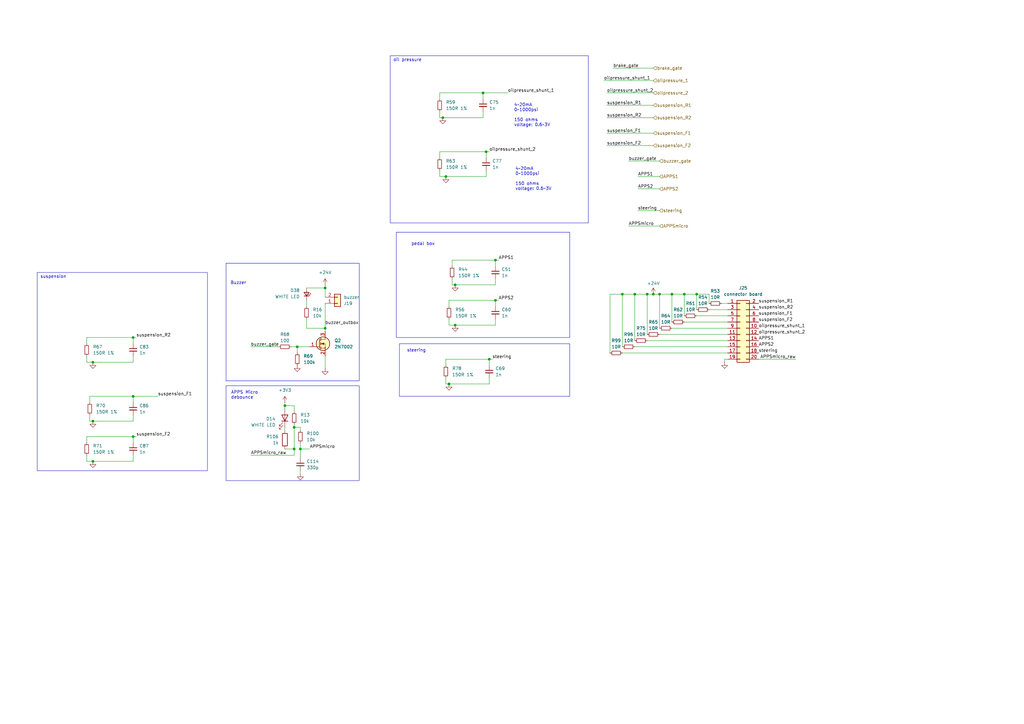
<source format=kicad_sch>
(kicad_sch (version 20250114) (generator "eeschema") (generator_version "9.0")
  (paper "A3")
  (title_block (title "VCU") (date "2025-06-29") (rev "3.0") (company "NTURacing") (comment 1 " 郭哲明 Jack Kuo, Jerrymk, ML Tsou") (comment 2 "Electrical group"))
  (lib_symbols
    (symbol "Connector_Generic:Conn_01x02" (pin_names (offset 1.016) (hide yes))
      (property "Reference" "J" (at 0 2.54 0))
      (property "Value" "Conn_01x02" (at 0 -5.08 0))
      (symbol "Conn_01x02_1_1"
        (rectangle (start -1.27 1.27) (end 1.27 -3.81) (stroke (width 0.254)) (fill (type background)))
        (rectangle (start -1.27 0.127) (end 0 -0.127) (stroke (width 0.1524)))
        (rectangle (start -1.27 -2.413) (end 0 -2.667) (stroke (width 0.1524)))
        (pin passive line (at -5.08 0 0) (length 3.81) (name "Pin_1") (number "1"))
        (pin passive line (at -5.08 -2.54 0) (length 3.81) (name "Pin_2") (number "2"))
      )
    )
    (symbol "Connector_Generic:Conn_02x10_Odd_Even" (pin_names (offset 1.016) (hide yes))
      (property "Reference" "J" (at 1.27 12.7 0))
      (property "Value" "Conn_02x10_Odd_Even" (at 1.27 -15.24 0))
      (symbol "Conn_02x10_Odd_Even_1_1"
        (rectangle (start -1.27 11.43) (end 3.81 -13.97) (stroke (width 0.254)) (fill (type background)))
        (rectangle (start -1.27 10.287) (end 0 10.033) (stroke (width 0.1524)))
        (rectangle (start -1.27 7.747) (end 0 7.493) (stroke (width 0.1524)))
        (rectangle (start -1.27 5.207) (end 0 4.953) (stroke (width 0.1524)))
        (rectangle (start -1.27 2.667) (end 0 2.413) (stroke (width 0.1524)))
        (rectangle (start -1.27 0.127) (end 0 -0.127) (stroke (width 0.1524)))
        (rectangle (start -1.27 -2.413) (end 0 -2.667) (stroke (width 0.1524)))
        (rectangle (start -1.27 -4.953) (end 0 -5.207) (stroke (width 0.1524)))
        (rectangle (start -1.27 -7.493) (end 0 -7.747) (stroke (width 0.1524)))
        (rectangle (start -1.27 -10.033) (end 0 -10.287) (stroke (width 0.1524)))
        (rectangle (start -1.27 -12.573) (end 0 -12.827) (stroke (width 0.1524)))
        (rectangle (start 3.81 10.287) (end 2.54 10.033) (stroke (width 0.1524)))
        (rectangle (start 3.81 7.747) (end 2.54 7.493) (stroke (width 0.1524)))
        (rectangle (start 3.81 5.207) (end 2.54 4.953) (stroke (width 0.1524)))
        (rectangle (start 3.81 2.667) (end 2.54 2.413) (stroke (width 0.1524)))
        (rectangle (start 3.81 0.127) (end 2.54 -0.127) (stroke (width 0.1524)))
        (rectangle (start 3.81 -2.413) (end 2.54 -2.667) (stroke (width 0.1524)))
        (rectangle (start 3.81 -4.953) (end 2.54 -5.207) (stroke (width 0.1524)))
        (rectangle (start 3.81 -7.493) (end 2.54 -7.747) (stroke (width 0.1524)))
        (rectangle (start 3.81 -10.033) (end 2.54 -10.287) (stroke (width 0.1524)))
        (rectangle (start 3.81 -12.573) (end 2.54 -12.827) (stroke (width 0.1524)))
        (pin passive line (at -5.08 10.16 0) (length 3.81) (name "Pin_1") (number "1"))
        (pin passive line (at -5.08 7.62 0) (length 3.81) (name "Pin_3") (number "3"))
        (pin passive line (at -5.08 5.08 0) (length 3.81) (name "Pin_5") (number "5"))
        (pin passive line (at -5.08 2.54 0) (length 3.81) (name "Pin_7") (number "7"))
        (pin passive line (at -5.08 0 0) (length 3.81) (name "Pin_9") (number "9"))
        (pin passive line (at -5.08 -2.54 0) (length 3.81) (name "Pin_11") (number "11"))
        (pin passive line (at -5.08 -5.08 0) (length 3.81) (name "Pin_13") (number "13"))
        (pin passive line (at -5.08 -7.62 0) (length 3.81) (name "Pin_15") (number "15"))
        (pin passive line (at -5.08 -10.16 0) (length 3.81) (name "Pin_17") (number "17"))
        (pin passive line (at -5.08 -12.7 0) (length 3.81) (name "Pin_19") (number "19"))
        (pin passive line (at 7.62 10.16 180) (length 3.81) (name "Pin_2") (number "2"))
        (pin passive line (at 7.62 7.62 180) (length 3.81) (name "Pin_4") (number "4"))
        (pin passive line (at 7.62 5.08 180) (length 3.81) (name "Pin_6") (number "6"))
        (pin passive line (at 7.62 2.54 180) (length 3.81) (name "Pin_8") (number "8"))
        (pin passive line (at 7.62 0 180) (length 3.81) (name "Pin_10") (number "10"))
        (pin passive line (at 7.62 -2.54 180) (length 3.81) (name "Pin_12") (number "12"))
        (pin passive line (at 7.62 -5.08 180) (length 3.81) (name "Pin_14") (number "14"))
        (pin passive line (at 7.62 -7.62 180) (length 3.81) (name "Pin_16") (number "16"))
        (pin passive line (at 7.62 -10.16 180) (length 3.81) (name "Pin_18") (number "18"))
        (pin passive line (at 7.62 -12.7 180) (length 3.81) (name "Pin_20") (number "20"))
      )
    )
    (symbol "Device:C_Small" (pin_numbers (hide yes)) (pin_names (offset 0.254) (hide yes))
      (property "Reference" "C" (at 0.254 1.778 0))
      (property "Value" "C_Small" (at 0.254 -2.032 0))
      (symbol "C_Small_0_1"
        (polyline (pts (xy -1.524 0.508) (xy 1.524 0.508)) (stroke (width 0.3048)))
        (polyline (pts (xy -1.524 -0.508) (xy 1.524 -0.508)) (stroke (width 0.3302)))
      )
      (symbol "C_Small_1_1"
        (pin passive line (at 0 2.54 270) (length 2.032) (name "~") (number "1"))
        (pin passive line (at 0 -2.54 90) (length 2.032) (name "~") (number "2"))
      )
    )
    (symbol "Device:LED" (pin_numbers (hide yes)) (pin_names (offset 1.016) (hide yes))
      (property "Reference" "D" (at 0 2.54 0))
      (property "Value" "LED" (at 0 -2.54 0))
      (symbol "LED_0_1"
        (polyline (pts (xy -3.048 -0.762) (xy -4.572 -2.286) (xy -3.81 -2.286) (xy -4.572 -2.286) (xy -4.572 -1.524)))
        (polyline (pts (xy -1.778 -0.762) (xy -3.302 -2.286) (xy -2.54 -2.286) (xy -3.302 -2.286) (xy -3.302 -1.524)))
        (polyline (pts (xy -1.27 0) (xy 1.27 0)))
        (polyline (pts (xy -1.27 -1.27) (xy -1.27 1.27)) (stroke (width 0.254)))
        (polyline (pts (xy 1.27 -1.27) (xy 1.27 1.27) (xy -1.27 0) (xy 1.27 -1.27)) (stroke (width 0.254)))
      )
      (symbol "LED_1_1"
        (pin passive line (at -3.81 0 0) (length 2.54) (name "K") (number "1"))
        (pin passive line (at 3.81 0 180) (length 2.54) (name "A") (number "2"))
      )
    )
    (symbol "Device:LED_Small" (pin_numbers (hide yes)) (pin_names (offset 0.254) (hide yes))
      (property "Reference" "D" (at -1.27 3.175 0))
      (property "Value" "LED_Small" (at -4.445 -2.54 0))
      (symbol "LED_Small_0_1"
        (polyline (pts (xy -0.762 -1.016) (xy -0.762 1.016)) (stroke (width 0.254)))
        (polyline (pts (xy 0 0.762) (xy -0.508 1.27) (xy -0.254 1.27) (xy -0.508 1.27) (xy -0.508 1.016)))
        (polyline (pts (xy 0.508 1.27) (xy 0 1.778) (xy 0.254 1.778) (xy 0 1.778) (xy 0 1.524)))
        (polyline (pts (xy 0.762 -1.016) (xy -0.762 0) (xy 0.762 1.016) (xy 0.762 -1.016)) (stroke (width 0.254)))
        (polyline (pts (xy 1.016 0) (xy -0.762 0)))
      )
      (symbol "LED_Small_1_1"
        (pin passive line (at -2.54 0 0) (length 1.778) (name "K") (number "1"))
        (pin passive line (at 2.54 0 180) (length 1.778) (name "A") (number "2"))
      )
    )
    (symbol "Device:R" (pin_numbers (hide yes)) (pin_names (offset 0))
      (property "Reference" "R" (at 2.032 0 90))
      (property "Value" "R" (at 0 0 90))
      (symbol "R_0_1"
        (rectangle (start -1.016 -2.54) (end 1.016 2.54) (stroke (width 0.254)))
      )
      (symbol "R_1_1"
        (pin passive line (at 0 3.81 270) (length 1.27) (name "~") (number "1"))
        (pin passive line (at 0 -3.81 90) (length 1.27) (name "~") (number "2"))
      )
    )
    (symbol "Device:R_Small" (pin_numbers (hide yes)) (pin_names (offset 0.254) (hide yes))
      (property "Reference" "R" (at 0.762 0.508 0))
      (property "Value" "R_Small" (at 0.762 -1.016 0))
      (symbol "R_Small_0_1"
        (rectangle (start -0.762 1.778) (end 0.762 -1.778) (stroke (width 0.2032)))
      )
      (symbol "R_Small_1_1"
        (pin passive line (at 0 2.54 270) (length 0.762) (name "~") (number "1"))
        (pin passive line (at 0 -2.54 90) (length 0.762) (name "~") (number "2"))
      )
    )
    (symbol "PCM_Transistor_MOSFET_AKL:2N7002" (pin_names (hide yes))
      (property "Reference" "Q" (at 5.08 1.27 0))
      (property "Value" "2N7002" (at 5.08 -1.27 0))
      (symbol "2N7002_0_1"
        (polyline (pts (xy 0.254 1.905) (xy 0.254 -1.905)) (stroke (width 0.254)))
        (polyline (pts (xy 0.254 -1.27) (xy -2.54 -1.27)))
        (polyline (pts (xy 0.762 2.286) (xy 0.762 1.27)) (stroke (width 0.254)))
        (polyline (pts (xy 0.762 0.508) (xy 0.762 -0.508)) (stroke (width 0.254)))
        (polyline (pts (xy 0.762 -1.27) (xy 0.762 -2.286)) (stroke (width 0.254)))
        (polyline (pts (xy 0.762 -1.778) (xy 2.54 -1.778)))
        (polyline (pts (xy 1.016 0) (xy 2.032 0.381) (xy 2.032 -0.381) (xy 1.016 0)) (fill (type outline)))
        (circle (center 1.651 0) (radius 2.794) (stroke (width 0.254)) (fill (type background)))
        (polyline (pts (xy 2.54 2.54) (xy 2.54 1.778)))
        (polyline (pts (xy 2.54 1.778) (xy 0.762 1.778)))
        (circle (center 2.54 -1.778) (radius 0.1778) (fill (type outline)))
        (polyline (pts (xy 2.54 -2.54) (xy 2.54 0) (xy 0.762 0)))
      )
      (symbol "2N7002_1_1"
        (pin input line (at -3.81 -1.27 0) (length 2.54) (name "G") (number "1"))
        (pin passive line (at 2.54 5.08 270) (length 2.54) (name "D") (number "3"))
        (pin passive line (at 2.54 -5.08 90) (length 2.54) (name "S") (number "2"))
      )
    )
    (symbol "power:+24V" (power) (pin_numbers (hide yes)) (pin_names (offset 0) (hide yes))
      (property "Value" "+24V" (at 0 3.556 0))
      (symbol "+24V_0_1"
        (polyline (pts (xy -0.762 1.27) (xy 0 2.54)))
        (polyline (pts (xy 0 2.54) (xy 0.762 1.27)))
        (polyline (pts (xy 0 0) (xy 0 2.54)))
      )
      (symbol "+24V_1_1"
        (pin power_in line (at 0 0 90) (length 0) (name "~") (number "1"))
      )
    )
    (symbol "power:+3V3" (power) (pin_numbers (hide yes)) (pin_names (offset 0) (hide yes))
      (property "Value" "+3V3" (at 0 3.556 0))
      (symbol "+3V3_0_1"
        (polyline (pts (xy -0.762 1.27) (xy 0 2.54)))
        (polyline (pts (xy 0 2.54) (xy 0.762 1.27)))
        (polyline (pts (xy 0 0) (xy 0 2.54)))
      )
      (symbol "+3V3_1_1"
        (pin power_in line (at 0 0 90) (length 0) (name "~") (number "1"))
      )
    )
    (symbol "power:GND" (power) (pin_numbers (hide yes)) (pin_names (offset 0) (hide yes))
      (property "Value" "GND" (at 0 -3.81 0))
      (symbol "GND_0_1"
        (polyline (pts (xy 0 0) (xy 0 -1.27) (xy 1.27 -1.27) (xy 0 -2.54) (xy -1.27 -1.27) (xy 0 -1.27)))
      )
      (symbol "GND_1_1"
        (pin power_in line (at 0 0 270) (length 0) (name "~") (number "1"))
      )
    )
  )
  (rectangle (start 160.02 22.86) (end 241.3 91.44))
  (rectangle (start 15.24 111.76) (end 85.09 193.04))
  (rectangle (start 92.71 107.95) (end 147.32 156.21))
  (rectangle (start 162.56 95.25) (end 233.68 138.43))
  (rectangle (start 92.71 158.242) (end 147.32 197.104))
  (rectangle (start 163.83 140.97) (end 233.68 162.56))
  (text "steering" (at 166.878 144.526 0) (effects (font (size 1.27 1.27)) (justify left bottom)))
  (text "pedal box" (at 168.656 100.838 0) (effects (font (size 1.27 1.27)) (justify left bottom)))
  (text "4~20mA\n0~1000psi\n\n150 ohms\nvoltage: 0.6~3V" (at 210.82 52.07 0) (effects (font (size 1.27 1.27)) (justify left bottom)))
  (text "Buzzer" (at 94.488 116.84 0) (effects (font (size 1.27 1.27)) (justify left bottom)))
  (text "suspension" (at 16.51 114.3 0) (effects (font (size 1.27 1.27)) (justify left bottom)))
  (text "oil pressure" (at 161.29 25.4 0) (effects (font (size 1.27 1.27)) (justify left bottom)))
  (text "APPS Micro \ndebounce" (at 94.742 163.83 0) (effects (font (size 1.27 1.27)) (justify left bottom)))
  (text "4~20mA\n0~1000psi\n\n150 ohms\nvoltage: 0.6~3V" (at 211.328 78.232 0) (effects (font (size 1.27 1.27)) (justify left bottom)))
  (junction (at 133.35 118.11))
  (junction (at 54.61 138.43))
  (junction (at 120.65 184.15))
  (junction (at 255.27 120.65))
  (junction (at 260.35 120.65))
  (junction (at 203.2 123.19))
  (junction (at 123.19 184.15))
  (junction (at 186.69 133.35))
  (junction (at 203.2 106.68))
  (junction (at 133.35 134.62))
  (junction (at 120.65 175.26))
  (junction (at 200.66 147.32))
  (junction (at 182.88 72.39))
  (junction (at 267.97 120.65))
  (junction (at 184.15 157.48))
  (junction (at 38.1 189.23))
  (junction (at 54.61 179.07))
  (junction (at 280.67 120.65))
  (junction (at 116.84 166.37))
  (junction (at 38.1 172.72))
  (junction (at 265.43 120.65))
  (junction (at 275.59 120.65))
  (junction (at 38.1 148.59))
  (junction (at 199.39 62.23))
  (junction (at 121.92 142.24))
  (junction (at 285.75 120.65))
  (junction (at 270.51 120.65))
  (junction (at 198.12 38.1))
  (junction (at 186.69 116.84))
  (junction (at 181.61 48.26))
  (junction (at 54.61 162.56))
  (wire (pts (xy 36.83 172.72) (xy 38.1 172.72)))
  (wire (pts (xy 36.83 162.56) (xy 54.61 162.56)))
  (wire (pts (xy 125.73 134.62) (xy 133.35 134.62)))
  (wire (pts (xy 180.34 45.72) (xy 180.34 48.26)))
  (wire (pts (xy 251.46 27.94) (xy 267.97 27.94)))
  (wire (pts (xy 290.83 120.65) (xy 290.83 124.46)))
  (wire (pts (xy 267.97 120.65) (xy 270.51 120.65)))
  (wire (pts (xy 120.65 173.99) (xy 120.65 175.26)))
  (wire (pts (xy 285.75 120.65) (xy 285.75 127)))
  (wire (pts (xy 123.19 175.26) (xy 120.65 175.26)))
  (wire (pts (xy 36.83 162.56) (xy 36.83 165.1)))
  (wire (pts (xy 248.92 54.61) (xy 267.97 54.61)))
  (wire (pts (xy 102.87 186.69) (xy 120.65 186.69)))
  (wire (pts (xy 54.61 146.05) (xy 54.61 148.59)))
  (wire (pts (xy 133.35 116.84) (xy 133.35 118.11)))
  (wire (pts (xy 184.15 133.35) (xy 186.69 133.35)))
  (wire (pts (xy 180.34 62.23) (xy 199.39 62.23)))
  (wire (pts (xy 185.42 114.3) (xy 185.42 116.84)))
  (wire (pts (xy 200.66 147.32) (xy 200.66 149.86)))
  (wire (pts (xy 184.15 130.81) (xy 184.15 133.35)))
  (wire (pts (xy 180.34 72.39) (xy 182.88 72.39)))
  (wire (pts (xy 133.35 134.62) (xy 133.35 135.89)))
  (wire (pts (xy 280.67 120.65) (xy 285.75 120.65)))
  (wire (pts (xy 186.69 116.84) (xy 203.2 116.84)))
  (wire (pts (xy 54.61 162.56) (xy 64.77 162.56)))
  (wire (pts (xy 285.75 129.54) (xy 298.45 129.54)))
  (wire (pts (xy 120.65 175.26) (xy 120.65 184.15)))
  (wire (pts (xy 184.15 157.48) (xy 200.66 157.48)))
  (wire (pts (xy 275.59 120.65) (xy 275.59 132.08)))
  (wire (pts (xy 182.88 147.32) (xy 182.88 149.86)))
  (wire (pts (xy 203.2 106.68) (xy 203.2 109.22)))
  (wire (pts (xy 54.61 179.07) (xy 55.88 179.07)))
  (wire (pts (xy 182.88 72.39) (xy 199.39 72.39)))
  (wire (pts (xy 275.59 134.62) (xy 298.45 134.62)))
  (wire (pts (xy 185.42 106.68) (xy 203.2 106.68)))
  (wire (pts (xy 257.81 92.71) (xy 270.51 92.71)))
  (wire (pts (xy 102.87 142.24) (xy 114.3 142.24)))
  (wire (pts (xy 182.88 147.32) (xy 200.66 147.32)))
  (wire (pts (xy 54.61 138.43) (xy 54.61 140.97)))
  (wire (pts (xy 123.19 184.15) (xy 127 184.15)))
  (wire (pts (xy 38.1 189.23) (xy 54.61 189.23)))
  (wire (pts (xy 265.43 120.65) (xy 267.97 120.65)))
  (wire (pts (xy 35.56 146.05) (xy 35.56 148.59)))
  (wire (pts (xy 119.38 142.24) (xy 121.92 142.24)))
  (wire (pts (xy 116.84 184.15) (xy 120.65 184.15)))
  (wire (pts (xy 120.65 166.37) (xy 116.84 166.37)))
  (wire (pts (xy 198.12 38.1) (xy 198.12 40.64)))
  (wire (pts (xy 184.15 123.19) (xy 184.15 125.73)))
  (wire (pts (xy 133.35 118.11) (xy 133.35 121.92)))
  (wire (pts (xy 54.61 138.43) (xy 55.88 138.43)))
  (wire (pts (xy 123.19 175.26) (xy 123.19 176.53)))
  (wire (pts (xy 182.88 157.48) (xy 184.15 157.48)))
  (wire (pts (xy 203.2 123.19) (xy 204.47 123.19)))
  (wire (pts (xy 260.35 120.65) (xy 260.35 139.7)))
  (wire (pts (xy 116.84 165.1) (xy 116.84 166.37)))
  (wire (pts (xy 180.34 48.26) (xy 181.61 48.26)))
  (wire (pts (xy 38.1 148.59) (xy 54.61 148.59)))
  (wire (pts (xy 38.1 172.72) (xy 54.61 172.72)))
  (wire (pts (xy 270.51 120.65) (xy 270.51 134.62)))
  (wire (pts (xy 198.12 38.1) (xy 208.28 38.1)))
  (wire (pts (xy 265.43 139.7) (xy 298.45 139.7)))
  (wire (pts (xy 270.51 72.39) (xy 261.62 72.39)))
  (wire (pts (xy 203.2 130.81) (xy 203.2 133.35)))
  (wire (pts (xy 125.73 130.81) (xy 125.73 134.62)))
  (wire (pts (xy 203.2 114.3) (xy 203.2 116.84)))
  (wire (pts (xy 36.83 170.18) (xy 36.83 172.72)))
  (wire (pts (xy 199.39 62.23) (xy 199.39 64.77)))
  (wire (pts (xy 203.2 106.68) (xy 204.47 106.68)))
  (wire (pts (xy 248.92 48.26) (xy 267.97 48.26)))
  (wire (pts (xy 120.65 186.69) (xy 120.65 184.15)))
  (wire (pts (xy 270.51 77.47) (xy 261.62 77.47)))
  (wire (pts (xy 180.34 69.85) (xy 180.34 72.39)))
  (wire (pts (xy 260.35 142.24) (xy 298.45 142.24)))
  (wire (pts (xy 35.56 179.07) (xy 54.61 179.07)))
  (wire (pts (xy 297.18 148.59) (xy 297.18 147.32)))
  (wire (pts (xy 257.81 66.04) (xy 270.51 66.04)))
  (wire (pts (xy 35.56 186.69) (xy 35.56 189.23)))
  (wire (pts (xy 270.51 137.16) (xy 298.45 137.16)))
  (wire (pts (xy 326.39 147.32) (xy 311.15 147.32)))
  (wire (pts (xy 182.88 154.94) (xy 182.88 157.48)))
  (wire (pts (xy 280.67 132.08) (xy 298.45 132.08)))
  (wire (pts (xy 185.42 116.84) (xy 186.69 116.84)))
  (wire (pts (xy 199.39 69.85) (xy 199.39 72.39)))
  (wire (pts (xy 54.61 162.56) (xy 54.61 165.1)))
  (wire (pts (xy 255.27 120.65) (xy 255.27 142.24)))
  (wire (pts (xy 180.34 38.1) (xy 180.34 40.64)))
  (wire (pts (xy 270.51 120.65) (xy 275.59 120.65)))
  (wire (pts (xy 280.67 120.65) (xy 280.67 129.54)))
  (wire (pts (xy 199.39 62.23) (xy 200.66 62.23)))
  (wire (pts (xy 121.92 142.24) (xy 127 142.24)))
  (wire (pts (xy 248.92 43.18) (xy 267.97 43.18)))
  (wire (pts (xy 200.66 154.94) (xy 200.66 157.48)))
  (wire (pts (xy 198.12 45.72) (xy 198.12 48.26)))
  (wire (pts (xy 133.35 124.46) (xy 133.35 134.62)))
  (wire (pts (xy 116.84 166.37) (xy 116.84 167.64)))
  (wire (pts (xy 248.92 59.69) (xy 267.97 59.69)))
  (wire (pts (xy 200.66 147.32) (xy 201.93 147.32)))
  (wire (pts (xy 35.56 138.43) (xy 54.61 138.43)))
  (wire (pts (xy 185.42 106.68) (xy 185.42 109.22)))
  (wire (pts (xy 250.19 144.78) (xy 250.19 120.65)))
  (wire (pts (xy 180.34 62.23) (xy 180.34 64.77)))
  (wire (pts (xy 255.27 144.78) (xy 298.45 144.78)))
  (wire (pts (xy 285.75 120.65) (xy 290.83 120.65)))
  (wire (pts (xy 54.61 179.07) (xy 54.61 181.61)))
  (wire (pts (xy 247.65 33.02) (xy 267.97 33.02)))
  (wire (pts (xy 54.61 186.69) (xy 54.61 189.23)))
  (wire (pts (xy 181.61 48.26) (xy 198.12 48.26)))
  (wire (pts (xy 297.18 147.32) (xy 298.45 147.32)))
  (wire (pts (xy 133.35 146.05) (xy 133.35 151.13)))
  (wire (pts (xy 290.83 127) (xy 298.45 127)))
  (wire (pts (xy 295.91 124.46) (xy 298.45 124.46)))
  (wire (pts (xy 120.65 168.91) (xy 120.65 166.37)))
  (wire (pts (xy 255.27 120.65) (xy 260.35 120.65)))
  (wire (pts (xy 123.19 194.31) (xy 123.19 193.04)))
  (wire (pts (xy 123.19 184.15) (xy 123.19 187.96)))
  (wire (pts (xy 125.73 123.19) (xy 125.73 125.73)))
  (wire (pts (xy 35.56 179.07) (xy 35.56 181.61)))
  (wire (pts (xy 261.62 86.36) (xy 270.51 86.36)))
  (wire (pts (xy 184.15 123.19) (xy 203.2 123.19)))
  (wire (pts (xy 275.59 120.65) (xy 280.67 120.65)))
  (wire (pts (xy 180.34 38.1) (xy 198.12 38.1)))
  (wire (pts (xy 35.56 148.59) (xy 38.1 148.59)))
  (wire (pts (xy 125.73 118.11) (xy 133.35 118.11)))
  (wire (pts (xy 250.19 120.65) (xy 255.27 120.65)))
  (wire (pts (xy 35.56 138.43) (xy 35.56 140.97)))
  (wire (pts (xy 203.2 123.19) (xy 203.2 125.73)))
  (wire (pts (xy 121.92 144.78) (xy 121.92 142.24)))
  (wire (pts (xy 116.84 176.53) (xy 116.84 175.26)))
  (wire (pts (xy 54.61 170.18) (xy 54.61 172.72)))
  (wire (pts (xy 35.56 189.23) (xy 38.1 189.23)))
  (wire (pts (xy 186.69 133.35) (xy 203.2 133.35)))
  (wire (pts (xy 123.19 181.61) (xy 123.19 184.15)))
  (wire (pts (xy 265.43 120.65) (xy 265.43 137.16)))
  (wire (pts (xy 248.92 38.1) (xy 267.97 38.1)))
  (wire (pts (xy 260.35 120.65) (xy 265.43 120.65)))
  (label "oilpressure_shunt_1" (at 247.65 33.02 0))
  (label "suspension_F2" (at 311.15 132.08 0))
  (label "suspension_R1" (at 248.92 43.18 0))
  (label "brake_gate" (at 251.46 27.94 0))
  (label "APPSmicro" (at 257.81 92.71 0))
  (label "APPS1" (at 311.15 139.7 0))
  (label "APPS2" (at 261.62 77.47 0))
  (label "suspension_F2" (at 248.92 59.69 0))
  (label "oilpressure_shunt_1" (at 208.28 38.1 0))
  (label "suspension_F1" (at 64.77 162.56 0))
  (label "APPSmicro_raw" (at 326.39 147.32 180))
  (label "suspension_R2" (at 248.92 48.26 0))
  (label "oilpressure_shunt_2" (at 248.92 38.1 0))
  (label "oilpressure_shunt_2" (at 311.15 137.16 0))
  (label "suspension_R2" (at 55.88 138.43 0))
  (label "steering" (at 261.62 86.36 0))
  (label "APPSmicro_raw" (at 102.87 186.69 0))
  (label "oilpressure_shunt_2" (at 200.66 62.23 0))
  (label "buzzer_outbox" (at 133.35 133.35 0))
  (label "buzzer_gate" (at 102.87 142.24 0))
  (label "APPS1" (at 261.62 72.39 0))
  (label "steering" (at 201.93 147.32 0))
  (label "suspension_F1" (at 311.15 129.54 0))
  (label "suspension_R1" (at 311.15 124.46 0))
  (label "steering" (at 311.15 144.78 0))
  (label "APPSmicro" (at 127 184.15 0))
  (label "suspension_R2" (at 311.15 127 0))
  (label "APPS1" (at 204.47 106.68 0))
  (label "buzzer_gate" (at 257.81 66.04 0))
  (label "APPS2" (at 204.47 123.19 0))
  (label "suspension_F2" (at 55.88 179.07 0))
  (label "APPS2" (at 311.15 142.24 0))
  (label "oilpressure_shunt_1" (at 311.15 134.62 0))
  (label "suspension_F1" (at 248.92 54.61 0))
  (hierarchical_label "APPS2" (shape input) (at 270.51 77.47 0))
  (hierarchical_label "oilpressure_2" (shape input) (at 267.97 38.1 0))
  (hierarchical_label "steering" (shape input) (at 270.51 86.36 0))
  (hierarchical_label "suspension_R1" (shape input) (at 267.97 43.18 0))
  (hierarchical_label "APPSmicro" (shape input) (at 270.51 92.71 0))
  (hierarchical_label "APPS1" (shape input) (at 270.51 72.39 0))
  (hierarchical_label "suspension_F1" (shape input) (at 267.97 54.61 0))
  (hierarchical_label "suspension_F2" (shape input) (at 267.97 59.69 0))
  (hierarchical_label "suspension_R2" (shape input) (at 267.97 48.26 0))
  (hierarchical_label "brake_gate" (shape input) (at 267.97 27.94 0))
  (hierarchical_label "oilpressure_1" (shape input) (at 267.97 33.02 0))
  (hierarchical_label "buzzer_gate" (shape input) (at 270.51 66.04 0))
  (symbol (lib_id "Device:C_Small") (at 203.2 128.27 0) (unit 1)
    (property "Reference" "C60" (at 205.74 127.0062 0) (effects (justify left)))
    (property "Value" "1n" (at 205.74 129.5462 0) (effects (justify left)))
    (property "Footprint" "Capacitor_SMD:C_0402_1005Metric" (effects (hide yes)))
    (property "Description" "Unpolarized capacitor, small symbol" (effects (hide yes)))
  )
  (symbol (lib_id "Device:C_Small") (at 198.12 43.18 0) (unit 1)
    (property "Reference" "C75" (at 200.66 41.9162 0) (effects (justify left)))
    (property "Value" "1n" (at 200.66 44.4562 0) (effects (justify left)))
    (property "Footprint" "Capacitor_SMD:C_0402_1005Metric" (effects (hide yes)))
    (property "Description" "Unpolarized capacitor, small symbol" (effects (hide yes)))
  )
  (symbol (lib_id "Device:R_Small") (at 185.42 111.76 0) (unit 1)
    (property "Reference" "R44" (at 187.96 110.4899 0) (effects (justify left)))
    (property "Value" "150R 1%" (at 187.96 113.0299 0) (effects (justify left)))
    (property "Footprint" "Resistor_SMD:R_0603_1608Metric" (effects (hide yes)))
    (property "Description" "Resistor, small symbol" (effects (hide yes)))
  )
  (symbol (lib_id "Device:R_Small") (at 36.83 167.64 0) (unit 1)
    (property "Reference" "R70" (at 39.37 166.3699 0) (effects (justify left)))
    (property "Value" "150R 1%" (at 39.37 168.9099 0) (effects (justify left)))
    (property "Footprint" "Resistor_SMD:R_0603_1608Metric" (effects (hide yes)))
    (property "Description" "Resistor, small symbol" (effects (hide yes)))
  )
  (symbol (lib_id "power:GND") (at 186.69 116.84 0) (unit 1)
    (property "Reference" "#PWR0114" (effects (hide yes)))
    (property "Value" "GND" (effects (hide yes)))
    (property "Description" "Power symbol creates a global label with name \"GND\" , ground" (effects (hide yes)))
  )
  (symbol (lib_id "Device:R_Small") (at 180.34 67.31 0) (unit 1)
    (property "Reference" "R63" (at 182.88 66.0399 0) (effects (justify left)))
    (property "Value" "150R 1%" (at 182.88 68.5799 0) (effects (justify left)))
    (property "Footprint" "Resistor_SMD:R_0603_1608Metric" (effects (hide yes)))
    (property "Description" "Resistor, small symbol" (effects (hide yes)))
  )
  (symbol (lib_id "power:GND") (at 184.15 157.48 0) (unit 1)
    (property "Reference" "#PWR0138" (effects (hide yes)))
    (property "Value" "GND" (effects (hide yes)))
    (property "Description" "Power symbol creates a global label with name \"GND\" , ground" (effects (hide yes)))
  )
  (symbol (lib_id "power:+24V") (at 267.97 120.65 0) (unit 1)
    (property "Reference" "#PWR0213" (effects (hide yes)))
    (property "Value" "+24V" (at 267.97 116.205 0))
    (property "Description" "Power symbol creates a global label with name \"+24V\"" (effects (hide yes)))
  )
  (symbol (lib_id "Device:R_Small") (at 252.73 144.78 270) (mirror x) (unit 1)
    (property "Reference" "R99" (at 252.73 139.7 90))
    (property "Value" "10R" (at 252.73 142.24 90))
    (property "Footprint" "Resistor_SMD:R_0603_1608Metric" (effects (hide yes)))
    (property "Description" "Resistor, small symbol" (effects (hide yes)))
  )
  (symbol (lib_id "Device:C_Small") (at 203.2 111.76 0) (unit 1)
    (property "Reference" "C51" (at 205.74 110.4962 0) (effects (justify left)))
    (property "Value" "1n" (at 205.74 113.0362 0) (effects (justify left)))
    (property "Footprint" "Capacitor_SMD:C_0402_1005Metric" (effects (hide yes)))
    (property "Description" "Unpolarized capacitor, small symbol" (effects (hide yes)))
  )
  (symbol (lib_id "power:GND") (at 186.69 133.35 0) (unit 1)
    (property "Reference" "#PWR0134" (effects (hide yes)))
    (property "Value" "GND" (effects (hide yes)))
    (property "Description" "Power symbol creates a global label with name \"GND\" , ground" (effects (hide yes)))
  )
  (symbol (lib_id "Device:R") (at 116.84 180.34 0) (mirror y) (unit 1)
    (property "Reference" "R106" (at 114.3 179.07 0) (effects (justify left)))
    (property "Value" "1k" (at 114.3 181.61 0) (effects (justify left)))
    (property "Footprint" "Resistor_SMD:R_0402_1005Metric" (effects (hide yes)))
    (property "Description" "Resistor" (effects (hide yes)))
  )
  (symbol (lib_id "Device:R_Small") (at 116.84 142.24 270) (unit 1)
    (property "Reference" "R68" (at 116.84 137.16 90))
    (property "Value" "100" (at 116.84 139.7 90))
    (property "Footprint" "Resistor_SMD:R_0402_1005Metric" (effects (hide yes)))
    (property "Description" "Resistor, small symbol" (effects (hide yes)))
  )
  (symbol (lib_id "Connector_Generic:Conn_02x10_Odd_Even") (at 303.53 134.62 0) (unit 1)
    (property "Reference" "J25" (at 304.8 118.11 0))
    (property "Value" "connector board" (at 304.8 120.65 0))
    (property "Footprint" "Connector_IDC:IDC-Header_2x10_P2.54mm_Vertical" (effects (hide yes)))
    (property "Description" "Generic connector, double row, 02x10, odd/even pin numbering scheme (row 1 odd numbers, row 2 even numbers), script generated (kicad-library-utils/schlib/autogen/connector/)" (effects (hide yes)))
  )
  (symbol (lib_id "Device:R_Small") (at 121.92 147.32 180) (unit 1)
    (property "Reference" "R69" (at 124.46 146.05 0) (effects (justify right)))
    (property "Value" "100k" (at 124.46 148.59 0) (effects (justify right)))
    (property "Footprint" "Resistor_SMD:R_0402_1005Metric" (effects (hide yes)))
    (property "Description" "Resistor, small symbol" (effects (hide yes)))
  )
  (symbol (lib_id "power:GND") (at 121.92 149.86 0) (unit 1)
    (property "Reference" "#PWR0162" (effects (hide yes)))
    (property "Value" "GND" (effects (hide yes)))
    (property "Description" "Power symbol creates a global label with name \"GND\" , ground" (effects (hide yes)))
  )
  (symbol (lib_id "Device:C_Small") (at 54.61 167.64 0) (unit 1)
    (property "Reference" "C86" (at 57.15 166.3762 0) (effects (justify left)))
    (property "Value" "1n" (at 57.15 168.9162 0) (effects (justify left)))
    (property "Footprint" "Capacitor_SMD:C_0402_1005Metric" (effects (hide yes)))
    (property "Description" "Unpolarized capacitor, small symbol" (effects (hide yes)))
  )
  (symbol (lib_id "power:GND") (at 182.88 72.39 0) (unit 1)
    (property "Reference" "#PWR0149" (effects (hide yes)))
    (property "Value" "GND" (effects (hide yes)))
    (property "Description" "Power symbol creates a global label with name \"GND\" , ground" (effects (hide yes)))
  )
  (symbol (lib_id "Connector_Generic:Conn_01x02") (at 138.43 124.46 0) (mirror x) (unit 1)
    (property "Reference" "J19" (at 140.97 124.46 0) (effects (justify left)))
    (property "Value" "buzzer" (at 140.97 121.92 0) (effects (justify left)))
    (property "Footprint" "Connector_JST:JST_XH_B2B-XH-A_1x02_P2.50mm_Vertical" (effects (hide yes)))
    (property "Description" "Generic connector, single row, 01x02, script generated (kicad-library-utils/schlib/autogen/connector/)" (effects (hide yes)))
  )
  (symbol (lib_id "Device:R_Small") (at 35.56 184.15 0) (unit 1)
    (property "Reference" "R71" (at 38.1 182.8799 0) (effects (justify left)))
    (property "Value" "150R 1%" (at 38.1 185.4199 0) (effects (justify left)))
    (property "Footprint" "Resistor_SMD:R_0603_1608Metric" (effects (hide yes)))
    (property "Description" "Resistor, small symbol" (effects (hide yes)))
  )
  (symbol (lib_id "power:GND") (at 38.1 148.59 0) (unit 1)
    (property "Reference" "#PWR0161" (effects (hide yes)))
    (property "Value" "GND" (effects (hide yes)))
    (property "Description" "Power symbol creates a global label with name \"GND\" , ground" (effects (hide yes)))
  )
  (symbol (lib_id "Device:R_Small") (at 262.89 139.7 90) (unit 1)
    (property "Reference" "R75" (at 262.89 134.62 90))
    (property "Value" "10R" (at 262.89 137.16 90))
    (property "Footprint" "Resistor_SMD:R_0603_1608Metric" (effects (hide yes)))
    (property "Description" "Resistor, small symbol" (effects (hide yes)))
  )
  (symbol (lib_id "Device:R_Small") (at 120.65 171.45 180) (unit 1)
    (property "Reference" "R13" (at 123.19 170.18 0) (effects (justify right)))
    (property "Value" "10k" (at 123.19 172.72 0) (effects (justify right)))
    (property "Footprint" "Resistor_SMD:R_0402_1005Metric" (effects (hide yes)))
    (property "Description" "Resistor, small symbol" (effects (hide yes)))
  )
  (symbol (lib_id "Device:R_Small") (at 273.05 134.62 90) (unit 1)
    (property "Reference" "R64" (at 273.05 129.54 90))
    (property "Value" "10R" (at 273.05 132.08 90))
    (property "Footprint" "Resistor_SMD:R_0603_1608Metric" (effects (hide yes)))
    (property "Description" "Resistor, small symbol" (effects (hide yes)))
  )
  (symbol (lib_id "power:GND") (at 38.1 189.23 0) (unit 1)
    (property "Reference" "#PWR0169" (effects (hide yes)))
    (property "Value" "GND" (effects (hide yes)))
    (property "Description" "Power symbol creates a global label with name \"GND\" , ground" (effects (hide yes)))
  )
  (symbol (lib_id "Device:R_Small") (at 180.34 43.18 0) (unit 1)
    (property "Reference" "R59" (at 182.88 41.9099 0) (effects (justify left)))
    (property "Value" "150R 1%" (at 182.88 44.4499 0) (effects (justify left)))
    (property "Footprint" "Resistor_SMD:R_0603_1608Metric" (effects (hide yes)))
    (property "Description" "Resistor, small symbol" (effects (hide yes)))
  )
  (symbol (lib_id "Device:C_Small") (at 54.61 184.15 0) (unit 1)
    (property "Reference" "C87" (at 57.15 182.8862 0) (effects (justify left)))
    (property "Value" "1n" (at 57.15 185.4262 0) (effects (justify left)))
    (property "Footprint" "Capacitor_SMD:C_0402_1005Metric" (effects (hide yes)))
    (property "Description" "Unpolarized capacitor, small symbol" (effects (hide yes)))
  )
  (symbol (lib_id "Device:R_Small") (at 283.21 129.54 90) (unit 1)
    (property "Reference" "R61" (at 283.21 124.46 90))
    (property "Value" "10R" (at 283.21 127 90))
    (property "Footprint" "Resistor_SMD:R_0603_1608Metric" (effects (hide yes)))
    (property "Description" "Resistor, small symbol" (effects (hide yes)))
  )
  (symbol (lib_id "power:+3V3") (at 116.84 165.1 0) (unit 1)
    (property "Reference" "#PWR0215" (effects (hide yes)))
    (property "Value" "+3V3" (at 116.84 160.02 0))
    (property "Description" "Power symbol creates a global label with name \"+3V3\"" (effects (hide yes)))
  )
  (symbol (lib_id "Device:C_Small") (at 54.61 143.51 0) (unit 1)
    (property "Reference" "C83" (at 57.15 142.2462 0) (effects (justify left)))
    (property "Value" "1n" (at 57.15 144.7862 0) (effects (justify left)))
    (property "Footprint" "Capacitor_SMD:C_0402_1005Metric" (effects (hide yes)))
    (property "Description" "Unpolarized capacitor, small symbol" (effects (hide yes)))
  )
  (symbol (lib_id "power:GND") (at 38.1 172.72 0) (unit 1)
    (property "Reference" "#PWR0165" (effects (hide yes)))
    (property "Value" "GND" (effects (hide yes)))
    (property "Description" "Power symbol creates a global label with name \"GND\" , ground" (effects (hide yes)))
  )
  (symbol (lib_id "Device:R_Small") (at 278.13 132.08 90) (unit 1)
    (property "Reference" "R62" (at 278.13 127 90))
    (property "Value" "10R" (at 278.13 129.54 90))
    (property "Footprint" "Resistor_SMD:R_0603_1608Metric" (effects (hide yes)))
    (property "Description" "Resistor, small symbol" (effects (hide yes)))
  )
  (symbol (lib_id "Device:C_Small") (at 200.66 152.4 0) (unit 1)
    (property "Reference" "C69" (at 203.2 151.1362 0) (effects (justify left)))
    (property "Value" "1n" (at 203.2 153.6762 0) (effects (justify left)))
    (property "Footprint" "Capacitor_SMD:C_0402_1005Metric" (effects (hide yes)))
    (property "Description" "Unpolarized capacitor, small symbol" (effects (hide yes)))
  )
  (symbol (lib_id "PCM_Transistor_MOSFET_AKL:2N7002") (at 130.81 140.97 0) (unit 1)
    (property "Reference" "Q2" (at 137.16 139.6999 0) (effects (justify left)))
    (property "Value" "2N7002" (at 137.16 142.2399 0) (effects (justify left)))
    (property "Footprint" "Package_TO_SOT_SMD:SOT-23" (effects (hide yes)))
    (property "Datasheet" "https://www.tme.eu/Document/7df5cae36abdfcedddb681f5be886f05/2N7000.pdf" (effects (hide yes)))
    (property "Description" "SOT-23 N-MOSFET enchancement mode transistor, 60V, 115mA, 200mW, Alternate KiCAD Library" (effects (hide yes)))
  )
  (symbol (lib_id "power:GND") (at 297.18 148.59 0) (unit 1)
    (property "Reference" "#PWR0214" (effects (hide yes)))
    (property "Value" "GND" (effects (hide yes)))
    (property "Description" "Power symbol creates a global label with name \"GND\" , ground" (effects (hide yes)))
  )
  (symbol (lib_id "Device:LED_Small") (at 125.73 120.65 270) (mirror x) (unit 1)
    (property "Reference" "D38" (at 122.936 119.126 90) (effects (justify right)))
    (property "Value" "WHITE LED" (at 122.936 121.666 90) (effects (justify right)))
    (property "Footprint" "LED_SMD:LED_0603_1608Metric" (effects (hide yes)))
    (property "Description" "Light emitting diode, small symbol" (effects (hide yes)))
  )
  (symbol (lib_id "power:GND") (at 133.35 151.13 0) (unit 1)
    (property "Reference" "#PWR0166" (effects (hide yes)))
    (property "Value" "GND" (effects (hide yes)))
    (property "Description" "Power symbol creates a global label with name \"GND\" , ground" (effects (hide yes)))
  )
  (symbol (lib_id "Device:R_Small") (at 35.56 143.51 0) (unit 1)
    (property "Reference" "R67" (at 38.1 142.2399 0) (effects (justify left)))
    (property "Value" "150R 1%" (at 38.1 144.7799 0) (effects (justify left)))
    (property "Footprint" "Resistor_SMD:R_0603_1608Metric" (effects (hide yes)))
    (property "Description" "Resistor, small symbol" (effects (hide yes)))
  )
  (symbol (lib_id "Device:R_Small") (at 288.29 127 90) (unit 1)
    (property "Reference" "R54" (at 288.29 121.92 90))
    (property "Value" "10R" (at 288.29 124.46 90))
    (property "Footprint" "Resistor_SMD:R_0603_1608Metric" (effects (hide yes)))
    (property "Description" "Resistor, small symbol" (effects (hide yes)))
  )
  (symbol (lib_id "Device:R_Small") (at 267.97 137.16 90) (unit 1)
    (property "Reference" "R65" (at 267.97 132.08 90))
    (property "Value" "10R" (at 267.97 134.62 90))
    (property "Footprint" "Resistor_SMD:R_0603_1608Metric" (effects (hide yes)))
    (property "Description" "Resistor, small symbol" (effects (hide yes)))
  )
  (symbol (lib_id "Device:C_Small") (at 123.19 190.5 0) (unit 1)
    (property "Reference" "C114" (at 125.73 189.2363 0) (effects (justify left)))
    (property "Value" "330p" (at 125.73 191.7763 0) (effects (justify left)))
    (property "Footprint" "Capacitor_SMD:C_0402_1005Metric" (effects (hide yes)))
    (property "Description" "Unpolarized capacitor, small symbol" (effects (hide yes)))
  )
  (symbol (lib_id "Device:R_Small") (at 184.15 128.27 0) (unit 1)
    (property "Reference" "R56" (at 186.69 126.9999 0) (effects (justify left)))
    (property "Value" "150R 1%" (at 186.69 129.5399 0) (effects (justify left)))
    (property "Footprint" "Resistor_SMD:R_0603_1608Metric" (effects (hide yes)))
    (property "Description" "Resistor, small symbol" (effects (hide yes)))
  )
  (symbol (lib_id "power:+24V") (at 133.35 116.84 0) (unit 1)
    (property "Reference" "#PWR0158" (effects (hide yes)))
    (property "Value" "+24V" (at 133.35 111.76 0))
    (property "Description" "Power symbol creates a global label with name \"+24V\"" (effects (hide yes)))
  )
  (symbol (lib_id "Device:C_Small") (at 199.39 67.31 0) (unit 1)
    (property "Reference" "C77" (at 201.93 66.0462 0) (effects (justify left)))
    (property "Value" "1n" (at 201.93 68.5862 0) (effects (justify left)))
    (property "Footprint" "Capacitor_SMD:C_0402_1005Metric" (effects (hide yes)))
    (property "Description" "Unpolarized capacitor, small symbol" (effects (hide yes)))
  )
  (symbol (lib_id "power:GND") (at 181.61 48.26 0) (unit 1)
    (property "Reference" "#PWR0143" (effects (hide yes)))
    (property "Value" "GND" (effects (hide yes)))
    (property "Description" "Power symbol creates a global label with name \"GND\" , ground" (effects (hide yes)))
  )
  (symbol (lib_id "Device:LED") (at 116.84 171.45 270) (mirror x) (unit 1)
    (property "Reference" "D14" (at 113.03 171.7675 90) (effects (justify right)))
    (property "Value" "WHITE LED" (at 113.03 174.3075 90) (effects (justify right)))
    (property "Footprint" "LED_SMD:LED_0603_1608Metric" (effects (hide yes)))
    (property "Description" "Light emitting diode" (effects (hide yes)))
  )
  (symbol (lib_id "power:GND") (at 123.19 194.31 0) (unit 1)
    (property "Reference" "#PWR0216" (effects (hide yes)))
    (property "Value" "GND" (effects (hide yes)))
    (property "Description" "Power symbol creates a global label with name \"GND\" , ground" (effects (hide yes)))
  )
  (symbol (lib_id "Device:R_Small") (at 182.88 152.4 0) (unit 1)
    (property "Reference" "R78" (at 185.42 151.1299 0) (effects (justify left)))
    (property "Value" "150R 1%" (at 185.42 153.6699 0) (effects (justify left)))
    (property "Footprint" "Resistor_SMD:R_0603_1608Metric" (effects (hide yes)))
    (property "Description" "Resistor, small symbol" (effects (hide yes)))
  )
  (symbol (lib_id "Device:R_Small") (at 293.37 124.46 90) (unit 1)
    (property "Reference" "R53" (at 293.37 119.38 90))
    (property "Value" "10R" (at 293.37 121.92 90))
    (property "Footprint" "Resistor_SMD:R_0603_1608Metric" (effects (hide yes)))
    (property "Description" "Resistor, small symbol" (effects (hide yes)))
  )
  (symbol (lib_id "Device:R_Small") (at 125.73 128.27 180) (unit 1)
    (property "Reference" "R16" (at 128.27 127 0) (effects (justify right)))
    (property "Value" "10k" (at 128.27 129.54 0) (effects (justify right)))
    (property "Footprint" "Resistor_SMD:R_0402_1005Metric" (effects (hide yes)))
    (property "Description" "Resistor, small symbol" (effects (hide yes)))
  )
  (symbol (lib_id "Device:R_Small") (at 123.19 179.07 180) (unit 1)
    (property "Reference" "R100" (at 125.73 177.8 0) (effects (justify right)))
    (property "Value" "10k" (at 125.73 180.34 0) (effects (justify right)))
    (property "Footprint" "Resistor_SMD:R_0402_1005Metric" (effects (hide yes)))
    (property "Description" "Resistor, small symbol" (effects (hide yes)))
  )
  (symbol (lib_id "Device:R_Small") (at 257.81 142.24 270) (mirror x) (unit 1)
    (property "Reference" "R96" (at 257.81 137.16 90))
    (property "Value" "10R" (at 257.81 139.7 90))
    (property "Footprint" "Resistor_SMD:R_0603_1608Metric" (effects (hide yes)))
    (property "Description" "Resistor, small symbol" (effects (hide yes)))
  )
)
</source>
